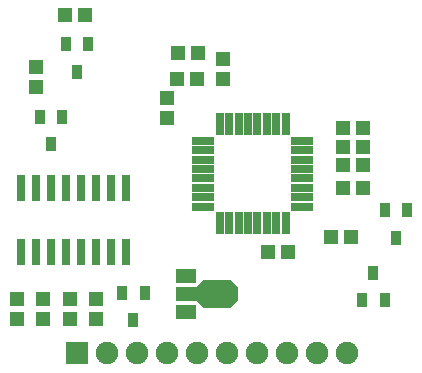
<source format=gbr>
%TF.GenerationSoftware,Novarm,DipTrace,3.0.0.2*%
%TF.CreationDate,2017-04-09T13:10:19+02:00*%
%FSLAX26Y26*%
%MOIN*%
%TF.FileFunction,Soldermask,Bot*%
%TF.Part,Single*%
%AMOUTLINE1*
4,1,10,
-0.104409,0.023701,
-0.035128,0.023701,
-0.011506,0.047323,
0.078435,0.047323,
0.104409,0.021348,
0.104409,-0.021348,
0.078435,-0.047323,
-0.011506,-0.047323,
-0.035128,-0.023701,
-0.104409,-0.023701,
-0.104409,0.023701,
0*%
%ADD46R,0.031654X0.086772*%
%ADD48R,0.074961X0.027717*%
%ADD50R,0.027717X0.074961*%
%ADD56R,0.067087X0.047402*%
%ADD58R,0.033622X0.04937*%
%ADD60C,0.074961*%
%ADD62R,0.074961X0.074961*%
%ADD70R,0.047402X0.051339*%
%ADD72R,0.051339X0.047402*%
%ADD81OUTLINE1*%
G75*
G01*
%LPD*%
D72*
X1614587Y919016D3*
X1681516D3*
X1106516Y1531516D3*
X1173445D3*
D70*
X1069016Y1381516D3*
Y1314587D3*
D72*
X1406516Y869016D3*
X1473445D3*
D62*
X769016Y531516D3*
D60*
X869016D3*
X969016D3*
X1069016D3*
X1169016D3*
X1269016D3*
X1369016D3*
X1469016D3*
X1569016D3*
X1669016D3*
D70*
X569016Y644016D3*
Y710945D3*
X656516Y644016D3*
Y710945D3*
X744016Y644016D3*
Y710945D3*
D58*
X731713Y1559567D3*
X806516D3*
X769114Y1469016D3*
X1794016Y1006516D3*
X1868819D3*
X1831417Y915965D3*
X644016Y1319016D3*
X718819D3*
X681417Y1228465D3*
X1794016Y706516D3*
X1719213D3*
X1756614Y797067D3*
X919016Y731516D3*
X993819D3*
X956417Y640965D3*
D70*
X831516Y644016D3*
Y710945D3*
D56*
X1131516Y669016D3*
D81*
X1202382Y728071D3*
D56*
X1131516Y787126D3*
D72*
X794016Y1656516D3*
X727087D3*
X1656516Y1081516D3*
X1723445D3*
X1656516Y1281516D3*
X1723445D3*
D70*
X631516Y1419016D3*
Y1485945D3*
D72*
X1656516Y1219016D3*
X1723445D3*
X1656516Y1156516D3*
X1723445D3*
X1169016Y1444016D3*
X1102087D3*
D50*
X1244016Y1294016D3*
X1275512D3*
X1307008D3*
X1338504D3*
X1370000D3*
X1401496D3*
X1432992D3*
X1464488D3*
D48*
X1519606Y1238898D3*
Y1207402D3*
Y1175906D3*
Y1144409D3*
Y1112913D3*
Y1081417D3*
Y1049921D3*
Y1018425D3*
D50*
X1464488Y963307D3*
X1432992D3*
X1401496D3*
X1370000D3*
X1338504D3*
X1307008D3*
X1275512D3*
X1244016D3*
D48*
X1188898Y1018425D3*
Y1049921D3*
Y1081417D3*
Y1112913D3*
Y1144409D3*
Y1175906D3*
Y1207402D3*
Y1238898D3*
D70*
X1256516Y1444016D3*
Y1510945D3*
D46*
X581516Y1081516D3*
X631516D3*
X681516D3*
X731516D3*
X781516D3*
X831516D3*
X881516D3*
X931516D3*
Y868917D3*
X881516D3*
X831516D3*
X781516D3*
X731516D3*
X681516D3*
X631516D3*
X581516D3*
M02*

</source>
